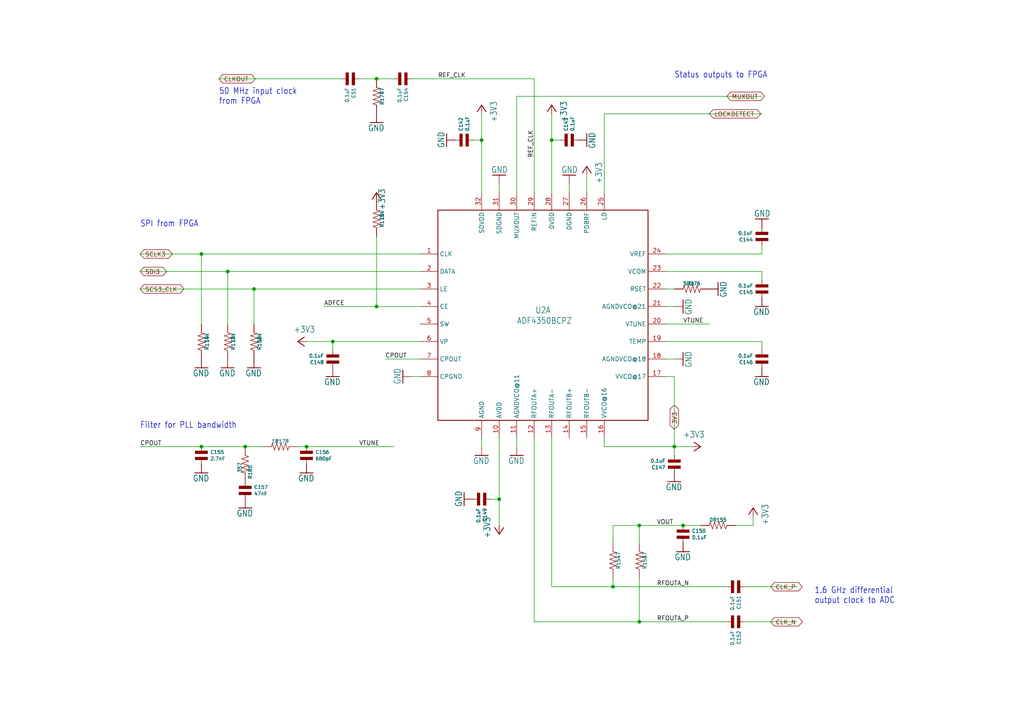
<source format=kicad_sch>
(kicad_sch (version 20250114) (generator "eeschema") (generator_version "9.0")
  (paper "A4")
  (lib_symbols
    (symbol "haasoscope_pro_adc_fpga_board-eagle-import:+3V3" (power)
      (symbol "+3V3_1_0"
        (polyline (pts (xy 0 0) (xy -1.27 -1.905)) (stroke (width 0.254)))
        (polyline (pts (xy 1.27 -1.905) (xy 0 0)) (stroke (width 0.254)))
        (pin power_in line (at 0 -2.54 90) (length 2.54) (name "+3V3") (number "1"))
      )
    )
    (symbol "haasoscope_pro_adc_fpga_board-eagle-import:ADF4350BCPZ"
      (symbol "ADF4350BCPZ_1_0"
        (polyline (pts (xy -30.48 30.48) (xy -30.48 -30.48)) (stroke (width 0.254)))
        (polyline (pts (xy -30.48 -30.48) (xy 30.48 -30.48)) (stroke (width 0.254)))
        (polyline (pts (xy 30.48 30.48) (xy -30.48 30.48)) (stroke (width 0.254)))
        (polyline (pts (xy 30.48 -30.48) (xy 30.48 30.48)) (stroke (width 0.254)))
        (pin input line (at -35.56 17.78 0) (length 5.08) (name "CLK") (number "1"))
        (pin input line (at -35.56 12.7 0) (length 5.08) (name "DATA") (number "2"))
        (pin input line (at -35.56 7.62 0) (length 5.08) (name "LE") (number "3"))
        (pin input line (at -35.56 2.54 0) (length 5.08) (name "CE") (number "4"))
        (pin input line (at -35.56 -2.54 0) (length 5.08) (name "SW") (number "5"))
        (pin power_in line (at -35.56 -7.62 0) (length 5.08) (name "VP") (number "6"))
        (pin output line (at -35.56 -12.7 0) (length 5.08) (name "CPOUT") (number "7"))
        (pin power_in line (at -35.56 -17.78 0) (length 5.08) (name "CPGND") (number "8"))
        (pin power_in line (at -17.78 35.56 270) (length 5.08) (name "SDVDD") (number "32"))
        (pin power_in line (at -17.78 -35.56 90) (length 5.08) (name "AGND") (number "9"))
        (pin power_in line (at -12.7 35.56 270) (length 5.08) (name "SDGND") (number "31"))
        (pin power_in line (at -12.7 -35.56 90) (length 5.08) (name "AVDD") (number "10"))
        (pin output line (at -7.62 35.56 270) (length 5.08) (name "MUXOUT") (number "30"))
        (pin power_in line (at -7.62 -35.56 90) (length 5.08) (name "AGNDVCO@11") (number "11"))
        (pin input line (at -2.54 35.56 270) (length 5.08) (name "REFIN") (number "29"))
        (pin output line (at -2.54 -35.56 90) (length 5.08) (name "RFOUTA+") (number "12"))
        (pin power_in line (at 2.54 35.56 270) (length 5.08) (name "DVDD") (number "28"))
        (pin output line (at 2.54 -35.56 90) (length 5.08) (name "RFOUTA-") (number "13"))
        (pin power_in line (at 7.62 35.56 270) (length 5.08) (name "DGND") (number "27"))
        (pin output line (at 7.62 -35.56 90) (length 5.08) (name "RFOUTB+") (number "14"))
        (pin input line (at 12.7 35.56 270) (length 5.08) (name "PDBRF") (number "26"))
        (pin output line (at 12.7 -35.56 90) (length 5.08) (name "RFOUTB-") (number "15"))
        (pin output line (at 17.78 35.56 270) (length 5.08) (name "LD") (number "25"))
        (pin power_in line (at 17.78 -35.56 90) (length 5.08) (name "VVCO@16") (number "16"))
        (pin output line (at 35.56 17.78 180) (length 5.08) (name "VREF") (number "24"))
        (pin output line (at 35.56 12.7 180) (length 5.08) (name "VCOM") (number "23"))
        (pin input line (at 35.56 7.62 180) (length 5.08) (name "RSET") (number "22"))
        (pin power_in line (at 35.56 2.54 180) (length 5.08) (name "AGNDVCO@21") (number "21"))
        (pin input line (at 35.56 -2.54 180) (length 5.08) (name "VTUNE") (number "20"))
        (pin output line (at 35.56 -7.62 180) (length 5.08) (name "TEMP") (number "19"))
        (pin power_in line (at 35.56 -12.7 180) (length 5.08) (name "AGNDVCO@18") (number "18"))
        (pin power_in line (at 35.56 -17.78 180) (length 5.08) (name "VVCO@17") (number "17"))
      )
      (symbol "ADF4350BCPZ_2_0"
        (pin power_in line (at -5.08 0 0) (length 5.08) (name "GND") (number "PAD@1_1"))
      )
      (symbol "ADF4350BCPZ_3_0"
        (pin power_in line (at -5.08 0 0) (length 5.08) (name "GND") (number "PAD@1_2"))
      )
      (symbol "ADF4350BCPZ_4_0"
        (pin power_in line (at -5.08 0 0) (length 5.08) (name "GND") (number "PAD@1_3"))
      )
      (symbol "ADF4350BCPZ_5_0"
        (pin power_in line (at -5.08 0 0) (length 5.08) (name "GND") (number "PAD@2_1"))
      )
      (symbol "ADF4350BCPZ_6_0"
        (pin power_in line (at -5.08 0 0) (length 5.08) (name "GND") (number "PAD@2_2"))
      )
      (symbol "ADF4350BCPZ_7_0"
        (pin power_in line (at -5.08 0 0) (length 5.08) (name "GND") (number "PAD@2_3"))
      )
      (symbol "ADF4350BCPZ_8_0"
        (pin power_in line (at -5.08 0 0) (length 5.08) (name "GND") (number "PAD@3_1"))
      )
      (symbol "ADF4350BCPZ_9_0"
        (pin power_in line (at -5.08 0 0) (length 5.08) (name "GND") (number "PAD@3_2"))
      )
      (symbol "ADF4350BCPZ_10_0"
        (pin power_in line (at -5.08 0 0) (length 5.08) (name "GND") (number "PAD@3_3"))
      )
    )
    (symbol "haasoscope_pro_adc_fpga_board-eagle-import:CAPACITOR_NP_0402"
      (property "Reference" "C" (at 2.54 1.524 0))
      (symbol "CAPACITOR_NP_0402_1_0"
        (rectangle (start -1.778 0.508) (end 1.778 1.27) (fill (type outline)))
        (rectangle (start -1.778 -1.27) (end 1.778 -0.508) (fill (type outline)))
        (polyline (pts (xy 0 2.54) (xy 0 1.016)) (stroke (width 0.1524)))
        (polyline (pts (xy 0 -2.54) (xy 0 -1.016)) (stroke (width 0.1524)))
        (pin passive line (at 0 2.54 270) (length 0) (name "P$1") (number "P$1"))
        (pin passive line (at 0 -2.54 90) (length 0) (name "P$2") (number "P$2"))
      )
    )
    (symbol "haasoscope_pro_adc_fpga_board-eagle-import:MF_Passives_RESISTOR_0402"
      (property "Reference" "R" (at 2.54 1.524 0))
      (symbol "MF_Passives_RESISTOR_0402_1_0"
        (polyline (pts (xy -1.016 1.524) (xy 1.016 0.889)) (stroke (width 0.1524)))
        (polyline (pts (xy -1.016 0.254) (xy 1.016 -0.381)) (stroke (width 0.1524)))
        (polyline (pts (xy -1.016 -1.016) (xy 1.016 -1.651)) (stroke (width 0.1524)))
        (polyline (pts (xy -1.016 -2.286) (xy 0 -2.54)) (stroke (width 0.1524)))
        (polyline (pts (xy 0 2.54) (xy 1.016 2.159)) (stroke (width 0.1524)))
        (polyline (pts (xy 1.016 2.159) (xy -1.016 1.524)) (stroke (width 0.1524)))
        (polyline (pts (xy 1.016 0.889) (xy -1.016 0.254)) (stroke (width 0.1524)))
        (polyline (pts (xy 1.016 -0.381) (xy -1.016 -1.016)) (stroke (width 0.1524)))
        (polyline (pts (xy 1.016 -1.651) (xy -1.016 -2.286)) (stroke (width 0.1524)))
        (pin passive line (at 0 5.08 270) (length 2.54) (name "P$1") (number "P$1"))
        (pin passive line (at 0 -5.08 90) (length 2.54) (name "P$2") (number "P$2"))
      )
    )
    (symbol "haasoscope_pro_adc_fpga_board-eagle-import:supply1_GND" (power)
      (symbol "supply1_GND_1_0"
        (polyline (pts (xy -1.905 0) (xy 1.905 0)) (stroke (width 0.254)))
        (pin power_in line (at 0 2.54 270) (length 2.54) (name "GND") (number "1"))
      )
    )
  )
  (text "Status outputs to FPGA" (at 195.58 22.86 0) (effects (font (size 1.778 1.5113)) (justify left bottom)))
  (text "50 MHz input clock\nfrom FPGA" (at 63.5 30.48 0) (effects (font (size 1.778 1.5113)) (justify left bottom)))
  (text "1.6 GHz differential\noutput clock to ADC" (at 236.22 175.26 0) (effects (font (size 1.778 1.5113)) (justify left bottom)))
  (text "SPI from FPGA" (at 40.64 66.04 0) (effects (font (size 1.778 1.5113)) (justify left bottom)))
  (text "Filter for PLL bandwidth" (at 40.64 124.46 0) (effects (font (size 1.778 1.5113)) (justify left bottom)))
  (junction (at 58.42 129.54))
  (junction (at 109.22 88.9))
  (junction (at 58.42 73.66))
  (junction (at 88.9 129.54))
  (junction (at 139.7 40.64))
  (junction (at 71.12 129.54))
  (junction (at 198.12 152.4))
  (junction (at 73.66 83.82))
  (junction (at 185.42 180.34))
  (junction (at 96.52 99.06))
  (junction (at 66.04 78.74))
  (junction (at 109.22 22.86))
  (junction (at 177.8 170.18))
  (junction (at 185.42 152.4))
  (junction (at 160.02 40.64))
  (junction (at 195.58 129.54))
  (junction (at 144.78 144.78))
  (wire (pts (xy 104.14 22.86) (xy 109.22 22.86)) (stroke (width 0.1524)))
  (wire (pts (xy 185.42 180.34) (xy 185.42 167.64)) (stroke (width 0.1524)))
  (wire (pts (xy 109.22 88.9) (xy 93.98 88.9)) (stroke (width 0.1524)))
  (wire (pts (xy 205.74 93.98) (xy 193.04 93.98)) (stroke (width 0.1524)))
  (wire (pts (xy 177.8 152.4) (xy 177.8 157.48)) (stroke (width 0.1524)))
  (wire (pts (xy 195.58 129.54) (xy 200.66 129.54)) (stroke (width 0.1524)))
  (wire (pts (xy 137.16 40.64) (xy 139.7 40.64)) (stroke (width 0.1524)))
  (wire (pts (xy 139.7 40.64) (xy 139.7 55.88)) (stroke (width 0.1524)))
  (wire (pts (xy 109.22 68.58) (xy 109.22 88.9)) (stroke (width 0.1524)))
  (wire (pts (xy 160.02 40.64) (xy 160.02 33.02)) (stroke (width 0.1524)))
  (wire (pts (xy 175.26 55.88) (xy 175.26 33.02)) (stroke (width 0.1524)))
  (wire (pts (xy 144.78 144.78) (xy 142.24 144.78)) (stroke (width 0.1524)))
  (wire (pts (xy 195.58 129.54) (xy 195.58 132.08)) (stroke (width 0.1524)))
  (wire (pts (xy 162.56 40.64) (xy 160.02 40.64)) (stroke (width 0.1524)))
  (wire (pts (xy 195.58 109.22) (xy 193.04 109.22)) (stroke (width 0.1524)))
  (wire (pts (xy 139.7 127) (xy 139.7 129.54)) (stroke (width 0.1524)))
  (wire (pts (xy 175.26 129.54) (xy 195.58 129.54)) (stroke (width 0.1524)))
  (wire (pts (xy 58.42 129.54) (xy 71.12 129.54)) (stroke (width 0.1524)))
  (wire (pts (xy 160.02 127) (xy 160.02 170.18)) (stroke (width 0.1524)))
  (wire (pts (xy 193.04 73.66) (xy 220.98 73.66)) (stroke (width 0.1524)))
  (wire (pts (xy 144.78 127) (xy 144.78 144.78)) (stroke (width 0.1524)))
  (wire (pts (xy 109.22 22.86) (xy 114.3 22.86)) (stroke (width 0.1524)))
  (wire (pts (xy 198.12 152.4) (xy 203.2 152.4)) (stroke (width 0.1524)))
  (wire (pts (xy 66.04 78.74) (xy 40.64 78.74)) (stroke (width 0.1524)))
  (wire (pts (xy 96.52 99.06) (xy 88.9 99.06)) (stroke (width 0.1524)))
  (wire (pts (xy 215.9 170.18) (xy 231.14 170.18)) (stroke (width 0.1524)))
  (wire (pts (xy 66.04 93.98) (xy 66.04 78.74)) (stroke (width 0.1524)))
  (wire (pts (xy 121.92 88.9) (xy 109.22 88.9)) (stroke (width 0.1524)))
  (wire (pts (xy 121.92 78.74) (xy 66.04 78.74)) (stroke (width 0.1524)))
  (wire (pts (xy 185.42 152.4) (xy 185.42 157.48)) (stroke (width 0.1524)))
  (wire (pts (xy 175.26 33.02) (xy 220.98 33.02)) (stroke (width 0.1524)))
  (wire (pts (xy 40.64 129.54) (xy 58.42 129.54)) (stroke (width 0.1524)))
  (wire (pts (xy 175.26 127) (xy 175.26 129.54)) (stroke (width 0.1524)))
  (wire (pts (xy 73.66 83.82) (xy 40.64 83.82)) (stroke (width 0.1524)))
  (wire (pts (xy 73.66 93.98) (xy 73.66 83.82)) (stroke (width 0.1524)))
  (wire (pts (xy 154.94 127) (xy 154.94 180.34)) (stroke (width 0.1524)))
  (wire (pts (xy 195.58 129.54) (xy 195.58 109.22)) (stroke (width 0.1524)))
  (wire (pts (xy 86.36 129.54) (xy 88.9 129.54)) (stroke (width 0.1524)))
  (wire (pts (xy 149.86 27.94) (xy 220.98 27.94)) (stroke (width 0.1524)))
  (wire (pts (xy 121.92 83.82) (xy 73.66 83.82)) (stroke (width 0.1524)))
  (wire (pts (xy 185.42 180.34) (xy 210.82 180.34)) (stroke (width 0.1524)))
  (wire (pts (xy 160.02 55.88) (xy 160.02 40.64)) (stroke (width 0.1524)))
  (wire (pts (xy 121.92 99.06) (xy 96.52 99.06)) (stroke (width 0.1524)))
  (wire (pts (xy 220.98 81.28) (xy 220.98 78.74)) (stroke (width 0.1524)))
  (wire (pts (xy 149.86 55.88) (xy 149.86 27.94)) (stroke (width 0.1524)))
  (wire (pts (xy 144.78 53.34) (xy 144.78 55.88)) (stroke (width 0.1524)))
  (wire (pts (xy 144.78 152.4) (xy 144.78 144.78)) (stroke (width 0.1524)))
  (wire (pts (xy 119.38 22.86) (xy 154.94 22.86)) (stroke (width 0.1524)))
  (wire (pts (xy 218.44 152.4) (xy 213.36 152.4)) (stroke (width 0.1524)))
  (wire (pts (xy 193.04 83.82) (xy 195.58 83.82)) (stroke (width 0.1524)))
  (wire (pts (xy 193.04 99.06) (xy 220.98 99.06)) (stroke (width 0.1524)))
  (wire (pts (xy 160.02 170.18) (xy 177.8 170.18)) (stroke (width 0.1524)))
  (wire (pts (xy 165.1 53.34) (xy 165.1 55.88)) (stroke (width 0.1524)))
  (wire (pts (xy 193.04 88.9) (xy 195.58 88.9)) (stroke (width 0.1524)))
  (wire (pts (xy 139.7 40.64) (xy 139.7 33.02)) (stroke (width 0.1524)))
  (wire (pts (xy 170.18 55.88) (xy 170.18 50.8)) (stroke (width 0.1524)))
  (wire (pts (xy 177.8 170.18) (xy 210.82 170.18)) (stroke (width 0.1524)))
  (wire (pts (xy 185.42 152.4) (xy 198.12 152.4)) (stroke (width 0.1524)))
  (wire (pts (xy 63.5 22.86) (xy 99.06 22.86)) (stroke (width 0.1524)))
  (wire (pts (xy 220.98 78.74) (xy 193.04 78.74)) (stroke (width 0.1524)))
  (wire (pts (xy 121.92 73.66) (xy 58.42 73.66)) (stroke (width 0.1524)))
  (wire (pts (xy 154.94 180.34) (xy 185.42 180.34)) (stroke (width 0.1524)))
  (wire (pts (xy 177.8 152.4) (xy 185.42 152.4)) (stroke (width 0.1524)))
  (wire (pts (xy 96.52 101.6) (xy 96.52 99.06)) (stroke (width 0.1524)))
  (wire (pts (xy 114.3 129.54) (xy 88.9 129.54)) (stroke (width 0.1524)))
  (wire (pts (xy 154.94 22.86) (xy 154.94 55.88)) (stroke (width 0.1524)))
  (wire (pts (xy 193.04 104.14) (xy 195.58 104.14)) (stroke (width 0.1524)))
  (wire (pts (xy 149.86 127) (xy 149.86 129.54)) (stroke (width 0.1524)))
  (wire (pts (xy 218.44 149.86) (xy 218.44 152.4)) (stroke (width 0.1524)))
  (wire (pts (xy 58.42 73.66) (xy 40.64 73.66)) (stroke (width 0.1524)))
  (wire (pts (xy 220.98 99.06) (xy 220.98 101.6)) (stroke (width 0.1524)))
  (wire (pts (xy 220.98 73.66) (xy 220.98 71.12)) (stroke (width 0.1524)))
  (wire (pts (xy 215.9 180.34) (xy 231.14 180.34)) (stroke (width 0.1524)))
  (wire (pts (xy 177.8 167.64) (xy 177.8 170.18)) (stroke (width 0.1524)))
  (wire (pts (xy 71.12 129.54) (xy 76.2 129.54)) (stroke (width 0.1524)))
  (wire (pts (xy 58.42 93.98) (xy 58.42 73.66)) (stroke (width 0.1524)))
  (wire (pts (xy 121.92 109.22) (xy 119.38 109.22)) (stroke (width 0.1524)))
  (wire (pts (xy 121.92 104.14) (xy 111.76 104.14)) (stroke (width 0.1524)))
  (label "VTUNE" (at 104.14 129.54 0) (effects (font (size 1.2446 1.2446))))
  (label "REF_CLK" (at 154.94 45.72 90) (effects (font (size 1.2446 1.2446))))
  (label "VOUT" (at 190.5 152.4 0) (effects (font (size 1.2446 1.2446))))
  (label "CPOUT" (at 40.64 129.54 0) (effects (font (size 1.2446 1.2446))))
  (label "REF_CLK" (at 127 22.86 0) (effects (font (size 1.2446 1.2446))))
  (label "RFOUTA_N" (at 190.5 170.18 0) (effects (font (size 1.2446 1.2446))))
  (label "RFOUTA_P" (at 190.5 180.34 0) (effects (font (size 1.2446 1.2446))))
  (label "ADFCE" (at 93.98 88.9 0) (effects (font (size 1.2446 1.2446))))
  (label "CPOUT" (at 111.76 104.14 0) (effects (font (size 1.2446 1.2446))))
  (label "VTUNE" (at 198.12 93.98 0) (effects (font (size 1.2446 1.2446))))
  (global_label "CLK_N" (shape bidirectional) (at 223.52 180.34 0) (effects (font (size 1.2446 1.2446))) (property "Intersheetrefs" "${INTERSHEET_REFS}" (effects (hide yes))))
  (global_label "3V3" (shape bidirectional) (at 195.58 124.46 90) (effects (font (size 1.2446 1.2446))) (property "Intersheetrefs" "${INTERSHEET_REFS}" (effects (hide yes))))
  (global_label "SDI3" (shape bidirectional) (at 40.64 78.74 0) (effects (font (size 1.2446 1.2446))) (property "Intersheetrefs" "${INTERSHEET_REFS}" (effects (hide yes))))
  (global_label "LOCKDETECT" (shape bidirectional) (at 205.74 33.02 0) (effects (font (size 1.2446 1.2446))) (property "Intersheetrefs" "${INTERSHEET_REFS}" (effects (hide yes))))
  (global_label "MUXOUT" (shape bidirectional) (at 210.82 27.94 0) (effects (font (size 1.2446 1.2446))) (property "Intersheetrefs" "${INTERSHEET_REFS}" (effects (hide yes))))
  (global_label "CLK_P" (shape bidirectional) (at 223.52 170.18 0) (effects (font (size 1.2446 1.2446))) (property "Intersheetrefs" "${INTERSHEET_REFS}" (effects (hide yes))))
  (global_label "SCS3_CLK" (shape bidirectional) (at 40.64 83.82 0) (effects (font (size 1.2446 1.2446))) (property "Intersheetrefs" "${INTERSHEET_REFS}" (effects (hide yes))))
  (global_label "CLKOUT" (shape bidirectional) (at 63.5 22.86 0) (effects (font (size 1.2446 1.2446))) (property "Intersheetrefs" "${INTERSHEET_REFS}" (effects (hide yes))))
  (global_label "SCLK3" (shape bidirectional) (at 40.64 73.66 0) (effects (font (size 1.2446 1.2446))) (property "Intersheetrefs" "${INTERSHEET_REFS}" (effects (hide yes))))
  (symbol (lib_id "haasoscope_pro_adc_fpga_board-eagle-import:+3V3") (at 139.7 30.48 0) (mirror y) (unit 1)
    (property "Reference" "#+3V021" (effects (hide yes)))
    (property "Value" "+3V3" (at 142.24 35.56 90) (effects (font (size 1.778 1.5113)) (justify left bottom)))
  )
  (symbol (lib_id "haasoscope_pro_adc_fpga_board-eagle-import:+3V3") (at 218.44 147.32 0) (mirror y) (unit 1)
    (property "Reference" "#+3V029" (effects (hide yes)))
    (property "Value" "+3V3" (at 220.98 152.4 90) (effects (font (size 1.778 1.5113)) (justify left bottom)))
  )
  (symbol (lib_id "haasoscope_pro_adc_fpga_board-eagle-import:CAPACITOR_NP_0402") (at 220.98 104.14 180) (unit 1)
    (property "Reference" "C146" (at 218.44 105.664 0) (effects (font (size 1.016 1.016)) (justify left top)))
    (property "Value" "0.1uF" (at 218.44 102.616 0) (effects (font (size 1.016 1.016)) (justify left bottom)))
    (property "Footprint" "haasoscope_pro_adc_fpga_board:C0402" (effects (hide yes)))
  )
  (symbol (lib_id "haasoscope_pro_adc_fpga_board-eagle-import:CAPACITOR_NP_0402") (at 213.36 170.18 270) (unit 1)
    (property "Reference" "C151" (at 214.884 172.72 0) (effects (font (size 1.016 1.016)) (justify left top)))
    (property "Value" "0.1uF" (at 211.836 172.72 0) (effects (font (size 1.016 1.016)) (justify left bottom)))
    (property "Footprint" "haasoscope_pro_adc_fpga_board:C0402" (effects (hide yes)))
  )
  (symbol (lib_id "haasoscope_pro_adc_fpga_board-eagle-import:supply1_GND") (at 195.58 139.7 0) (unit 1)
    (property "Reference" "#GND0157" (effects (hide yes)))
    (property "Value" "GND" (at 193.04 142.24 0) (effects (font (size 1.778 1.5113)) (justify left bottom)))
  )
  (symbol (lib_id "haasoscope_pro_adc_fpga_board-eagle-import:supply1_GND") (at 96.52 109.22 0) (unit 1)
    (property "Reference" "#GND0146" (effects (hide yes)))
    (property "Value" "GND" (at 93.98 111.76 0) (effects (font (size 1.778 1.5113)) (justify left bottom)))
  )
  (symbol (lib_id "haasoscope_pro_adc_fpga_board-eagle-import:CAPACITOR_NP_0402") (at 88.9 132.08 0) (unit 1)
    (property "Reference" "C156" (at 91.44 130.556 0) (effects (font (size 1.016 1.016)) (justify left top)))
    (property "Value" "680pF" (at 91.44 133.604 0) (effects (font (size 1.016 1.016)) (justify left bottom)))
    (property "Footprint" "haasoscope_pro_adc_fpga_board:C0402" (effects (hide yes)))
  )
  (symbol (lib_id "haasoscope_pro_adc_fpga_board-eagle-import:MF_Passives_RESISTOR_0402") (at 208.28 152.4 270) (unit 1)
    (property "Reference" "R155" (at 210.82 151.384 90) (effects (font (size 1.016 1.016)) (justify right bottom)))
    (property "Value" "0" (at 205.74 151.384 90) (effects (font (size 1.016 1.016)) (justify left bottom)))
    (property "Footprint" "haasoscope_pro_adc_fpga_board:R0402" (effects (hide yes)))
  )
  (symbol (lib_id "haasoscope_pro_adc_fpga_board-eagle-import:supply1_GND") (at 220.98 109.22 0) (unit 1)
    (property "Reference" "#GND0158" (effects (hide yes)))
    (property "Value" "GND" (at 218.44 111.76 0) (effects (font (size 1.778 1.5113)) (justify left bottom)))
  )
  (symbol (lib_id "haasoscope_pro_adc_fpga_board-eagle-import:CAPACITOR_NP_0402") (at 220.98 68.58 180) (unit 1)
    (property "Reference" "C144" (at 218.44 70.104 0) (effects (font (size 1.016 1.016)) (justify left top)))
    (property "Value" "0.1uF" (at 218.44 67.056 0) (effects (font (size 1.016 1.016)) (justify left bottom)))
    (property "Footprint" "haasoscope_pro_adc_fpga_board:C0402" (effects (hide yes)))
  )
  (symbol (lib_id "haasoscope_pro_adc_fpga_board-eagle-import:CAPACITOR_NP_0402") (at 165.1 40.64 90) (unit 1)
    (property "Reference" "C143" (at 163.576 38.1 0) (effects (font (size 1.016 1.016)) (justify left top)))
    (property "Value" "0.1uF" (at 166.624 38.1 0) (effects (font (size 1.016 1.016)) (justify left bottom)))
    (property "Footprint" "haasoscope_pro_adc_fpga_board:C0402" (effects (hide yes)))
  )
  (symbol (lib_id "haasoscope_pro_adc_fpga_board-eagle-import:+3V3") (at 170.18 48.26 0) (mirror y) (unit 1)
    (property "Reference" "#+3V027" (effects (hide yes)))
    (property "Value" "+3V3" (at 172.72 53.34 90) (effects (font (size 1.778 1.5113)) (justify left bottom)))
  )
  (symbol (lib_id "haasoscope_pro_adc_fpga_board-eagle-import:supply1_GND") (at 165.1 50.8 180) (unit 1)
    (property "Reference" "#GND0153" (effects (hide yes)))
    (property "Value" "GND" (at 167.64 48.26 0) (effects (font (size 1.778 1.5113)) (justify left bottom)))
  )
  (symbol (lib_id "haasoscope_pro_adc_fpga_board-eagle-import:CAPACITOR_NP_0402") (at 195.58 134.62 180) (unit 1)
    (property "Reference" "C147" (at 193.04 136.144 0) (effects (font (size 1.016 1.016)) (justify left top)))
    (property "Value" "0.1uF" (at 193.04 133.096 0) (effects (font (size 1.016 1.016)) (justify left bottom)))
    (property "Footprint" "haasoscope_pro_adc_fpga_board:C0402" (effects (hide yes)))
  )
  (symbol (lib_id "haasoscope_pro_adc_fpga_board-eagle-import:supply1_GND") (at 208.28 83.82 90) (unit 1)
    (property "Reference" "#GND0161" (effects (hide yes)))
    (property "Value" "GND" (at 210.82 86.36 0) (effects (font (size 1.778 1.5113)) (justify left bottom)))
  )
  (symbol (lib_id "haasoscope_pro_adc_fpga_board-eagle-import:MF_Passives_RESISTOR_0402") (at 109.22 63.5 180) (unit 1)
    (property "Reference" "R175" (at 110.236 66.04 90) (effects (font (size 1.016 1.016)) (justify right bottom)))
    (property "Value" "10k" (at 110.236 60.96 90) (effects (font (size 1.016 1.016)) (justify left bottom)))
    (property "Footprint" "haasoscope_pro_adc_fpga_board:R0402" (effects (hide yes)))
  )
  (symbol (lib_id "haasoscope_pro_adc_fpga_board-eagle-import:MF_Passives_RESISTOR_0402") (at 185.42 162.56 180) (unit 1)
    (property "Reference" "R153" (at 186.436 165.1 90) (effects (font (size 1.016 1.016)) (justify right bottom)))
    (property "Value" "47" (at 186.436 160.02 90) (effects (font (size 1.016 1.016)) (justify left bottom)))
    (property "Footprint" "haasoscope_pro_adc_fpga_board:R0402" (effects (hide yes)))
  )
  (symbol (lib_id "haasoscope_pro_adc_fpga_board-eagle-import:CAPACITOR_NP_0402") (at 116.84 22.86 270) (unit 1)
    (property "Reference" "C154" (at 118.364 25.4 0) (effects (font (size 1.016 1.016)) (justify left top)))
    (property "Value" "0.1uF" (at 115.316 25.4 0) (effects (font (size 1.016 1.016)) (justify left bottom)))
    (property "Footprint" "haasoscope_pro_adc_fpga_board:C0402" (effects (hide yes)))
  )
  (symbol (lib_id "haasoscope_pro_adc_fpga_board-eagle-import:CAPACITOR_NP_0402") (at 139.7 144.78 270) (unit 1)
    (property "Reference" "C149" (at 141.224 147.32 0) (effects (font (size 1.016 1.016)) (justify left top)))
    (property "Value" "0.1uF" (at 138.176 147.32 0) (effects (font (size 1.016 1.016)) (justify left bottom)))
    (property "Footprint" "haasoscope_pro_adc_fpga_board:C0402" (effects (hide yes)))
  )
  (symbol (lib_id "haasoscope_pro_adc_fpga_board-eagle-import:MF_Passives_RESISTOR_0402") (at 109.22 27.94 180) (unit 1)
    (property "Reference" "R177" (at 110.236 30.48 90) (effects (font (size 1.016 1.016)) (justify right bottom)))
    (property "Value" "47" (at 110.236 25.4 90) (effects (font (size 1.016 1.016)) (justify left bottom)))
    (property "Footprint" "haasoscope_pro_adc_fpga_board:R0402" (effects (hide yes)))
  )
  (symbol (lib_id "haasoscope_pro_adc_fpga_board-eagle-import:supply1_GND") (at 149.86 132.08 0) (unit 1)
    (property "Reference" "#GND0150" (effects (hide yes)))
    (property "Value" "GND" (at 147.32 134.62 0) (effects (font (size 1.778 1.5113)) (justify left bottom)))
  )
  (symbol (lib_id "haasoscope_pro_adc_fpga_board-eagle-import:+3V3") (at 144.78 154.94 0) (mirror x) (unit 1)
    (property "Reference" "#+3V023" (effects (hide yes)))
    (property "Value" "+3V3" (at 142.24 149.86 90) (effects (font (size 1.778 1.5113)) (justify left bottom)))
  )
  (symbol (lib_id "haasoscope_pro_adc_fpga_board-eagle-import:MF_Passives_RESISTOR_0402") (at 81.28 129.54 270) (unit 1)
    (property "Reference" "R178" (at 83.82 128.524 90) (effects (font (size 1.016 1.016)) (justify right bottom)))
    (property "Value" "1k" (at 78.74 128.524 90) (effects (font (size 1.016 1.016)) (justify left bottom)))
    (property "Footprint" "haasoscope_pro_adc_fpga_board:R0402" (effects (hide yes)))
  )
  (symbol (lib_id "haasoscope_pro_adc_fpga_board-eagle-import:CAPACITOR_NP_0402") (at 58.42 132.08 0) (unit 1)
    (property "Reference" "C155" (at 60.96 130.556 0) (effects (font (size 1.016 1.016)) (justify left top)))
    (property "Value" "2.7nF" (at 60.96 133.604 0) (effects (font (size 1.016 1.016)) (justify left bottom)))
    (property "Footprint" "haasoscope_pro_adc_fpga_board:C0402" (effects (hide yes)))
  )
  (symbol (lib_id "haasoscope_pro_adc_fpga_board-eagle-import:CAPACITOR_NP_0402") (at 220.98 83.82 180) (unit 1)
    (property "Reference" "C145" (at 218.44 85.344 0) (effects (font (size 1.016 1.016)) (justify left top)))
    (property "Value" "0.1uF" (at 218.44 82.296 0) (effects (font (size 1.016 1.016)) (justify left bottom)))
    (property "Footprint" "haasoscope_pro_adc_fpga_board:C0402" (effects (hide yes)))
  )
  (symbol (lib_id "haasoscope_pro_adc_fpga_board-eagle-import:supply1_GND") (at 116.84 109.22 270) (unit 1)
    (property "Reference" "#GND0149" (effects (hide yes)))
    (property "Value" "GND" (at 114.3 106.68 0) (effects (font (size 1.778 1.5113)) (justify left bottom)))
  )
  (symbol (lib_id "haasoscope_pro_adc_fpga_board-eagle-import:supply1_GND") (at 220.98 88.9 0) (unit 1)
    (property "Reference" "#GND0159" (effects (hide yes)))
    (property "Value" "GND" (at 218.44 91.44 0) (effects (font (size 1.778 1.5113)) (justify left bottom)))
  )
  (symbol (lib_id "haasoscope_pro_adc_fpga_board-eagle-import:MF_Passives_RESISTOR_0402") (at 177.8 162.56 180) (unit 1)
    (property "Reference" "R154" (at 178.816 165.1 90) (effects (font (size 1.016 1.016)) (justify right bottom)))
    (property "Value" "47" (at 178.816 160.02 90) (effects (font (size 1.016 1.016)) (justify left bottom)))
    (property "Footprint" "haasoscope_pro_adc_fpga_board:R0402" (effects (hide yes)))
  )
  (symbol (lib_id "haasoscope_pro_adc_fpga_board-eagle-import:supply1_GND") (at 109.22 35.56 0) (unit 1)
    (property "Reference" "#GND0170" (effects (hide yes)))
    (property "Value" "GND" (at 106.68 38.1 0) (effects (font (size 1.778 1.5113)) (justify left bottom)))
  )
  (symbol (lib_id "haasoscope_pro_adc_fpga_board-eagle-import:MF_Passives_RESISTOR_0402") (at 66.04 99.06 180) (unit 1)
    (property "Reference" "R173" (at 67.056 101.6 90) (effects (font (size 1.016 1.016)) (justify right bottom)))
    (property "Value" "10k" (at 67.056 96.52 90) (effects (font (size 1.016 1.016)) (justify left bottom)))
    (property "Footprint" "haasoscope_pro_adc_fpga_board:R0402" (effects (hide yes)))
  )
  (symbol (lib_id "haasoscope_pro_adc_fpga_board-eagle-import:ADF4350BCPZ") (at 157.48 91.44 0) (unit 1)
    (property "Reference" "U2" (at 155.194 90.932 0) (effects (font (size 1.778 1.5113)) (justify left bottom)))
    (property "Value" "ADF4350BCPZ" (at 149.86 93.98 0) (effects (font (size 1.778 1.5113)) (justify left bottom)))
    (property "Footprint" "haasoscope_pro_adc_fpga_board:QFN50P500X500X100-33V2N" (effects (hide yes)))
  )
  (symbol (lib_id "haasoscope_pro_adc_fpga_board-eagle-import:supply1_GND") (at 134.62 144.78 270) (unit 1)
    (property "Reference" "#GND0147" (effects (hide yes)))
    (property "Value" "GND" (at 132.08 142.24 0) (effects (font (size 1.778 1.5113)) (justify left bottom)))
  )
  (symbol (lib_id "haasoscope_pro_adc_fpga_board-eagle-import:supply1_GND") (at 220.98 63.5 180) (unit 1)
    (property "Reference" "#GND0160" (effects (hide yes)))
    (property "Value" "GND" (at 223.52 60.96 0) (effects (font (size 1.778 1.5113)) (justify left bottom)))
  )
  (symbol (lib_id "haasoscope_pro_adc_fpga_board-eagle-import:CAPACITOR_NP_0402") (at 134.62 40.64 90) (unit 1)
    (property "Reference" "C142" (at 133.096 38.1 0) (effects (font (size 1.016 1.016)) (justify left top)))
    (property "Value" "0.1uF" (at 136.144 38.1 0) (effects (font (size 1.016 1.016)) (justify left bottom)))
    (property "Footprint" "haasoscope_pro_adc_fpga_board:C0402" (effects (hide yes)))
  )
  (symbol (lib_id "haasoscope_pro_adc_fpga_board-eagle-import:CAPACITOR_NP_0402") (at 101.6 22.86 270) (unit 1)
    (property "Reference" "C51" (at 103.124 25.4 0) (effects (font (size 1.016 1.016)) (justify left top)))
    (property "Value" "0.1uF" (at 100.076 25.4 0) (effects (font (size 1.016 1.016)) (justify left bottom)))
    (property "Footprint" "haasoscope_pro_adc_fpga_board:C0402" (effects (hide yes)))
  )
  (symbol (lib_id "haasoscope_pro_adc_fpga_board-eagle-import:+3V3") (at 160.02 30.48 0) (mirror y) (unit 1)
    (property "Reference" "#+3V022" (effects (hide yes)))
    (property "Value" "+3V3" (at 162.56 35.56 90) (effects (font (size 1.778 1.5113)) (justify left bottom)))
  )
  (symbol (lib_id "haasoscope_pro_adc_fpga_board-eagle-import:CAPACITOR_NP_0402") (at 96.52 104.14 180) (unit 1)
    (property "Reference" "C148" (at 93.98 105.664 0) (effects (font (size 1.016 1.016)) (justify left top)))
    (property "Value" "0.1uF" (at 93.98 102.616 0) (effects (font (size 1.016 1.016)) (justify left bottom)))
    (property "Footprint" "haasoscope_pro_adc_fpga_board:C0402" (effects (hide yes)))
  )
  (symbol (lib_id "haasoscope_pro_adc_fpga_board-eagle-import:supply1_GND") (at 88.9 137.16 0) (unit 1)
    (property "Reference" "#GND0172" (effects (hide yes)))
    (property "Value" "GND" (at 86.36 139.7 0) (effects (font (size 1.778 1.5113)) (justify left bottom)))
  )
  (symbol (lib_id "haasoscope_pro_adc_fpga_board-eagle-import:supply1_GND") (at 71.12 147.32 0) (unit 1)
    (property "Reference" "#GND0173" (effects (hide yes)))
    (property "Value" "GND" (at 68.58 149.86 0) (effects (font (size 1.778 1.5113)) (justify left bottom)))
  )
  (symbol (lib_id "haasoscope_pro_adc_fpga_board-eagle-import:supply1_GND") (at 198.12 160.02 0) (unit 1)
    (property "Reference" "#GND0168" (effects (hide yes)))
    (property "Value" "GND" (at 195.58 162.56 0) (effects (font (size 1.778 1.5113)) (justify left bottom)))
  )
  (symbol (lib_id "haasoscope_pro_adc_fpga_board-eagle-import:supply1_GND") (at 58.42 137.16 0) (unit 1)
    (property "Reference" "#GND0171" (effects (hide yes)))
    (property "Value" "GND" (at 55.88 139.7 0) (effects (font (size 1.778 1.5113)) (justify left bottom)))
  )
  (symbol (lib_id "haasoscope_pro_adc_fpga_board-eagle-import:MF_Passives_RESISTOR_0402") (at 58.42 99.06 180) (unit 1)
    (property "Reference" "R174" (at 59.436 101.6 90) (effects (font (size 1.016 1.016)) (justify right bottom)))
    (property "Value" "10k" (at 59.436 96.52 90) (effects (font (size 1.016 1.016)) (justify left bottom)))
    (property "Footprint" "haasoscope_pro_adc_fpga_board:R0402" (effects (hide yes)))
  )
  (symbol (lib_id "haasoscope_pro_adc_fpga_board-eagle-import:supply1_GND") (at 170.18 40.64 90) (unit 1)
    (property "Reference" "#GND0156" (effects (hide yes)))
    (property "Value" "GND" (at 172.72 43.18 0) (effects (font (size 1.778 1.5113)) (justify left bottom)))
  )
  (symbol (lib_id "haasoscope_pro_adc_fpga_board-eagle-import:supply1_GND") (at 198.12 88.9 90) (unit 1)
    (property "Reference" "#GND0152" (effects (hide yes)))
    (property "Value" "GND" (at 200.66 91.44 0) (effects (font (size 1.778 1.5113)) (justify left bottom)))
  )
  (symbol (lib_id "haasoscope_pro_adc_fpga_board-eagle-import:+3V3") (at 86.36 99.06 90) (mirror x) (unit 1)
    (property "Reference" "#+3V024" (effects (hide yes)))
    (property "Value" "+3V3" (at 91.44 96.52 90) (effects (font (size 1.778 1.5113)) (justify left bottom)))
  )
  (symbol (lib_id "haasoscope_pro_adc_fpga_board-eagle-import:supply1_GND") (at 58.42 106.68 0) (unit 1)
    (property "Reference" "#GND0165" (effects (hide yes)))
    (property "Value" "GND" (at 55.88 109.22 0) (effects (font (size 1.778 1.5113)) (justify left bottom)))
  )
  (symbol (lib_id "haasoscope_pro_adc_fpga_board-eagle-import:MF_Passives_RESISTOR_0402") (at 71.12 134.62 0) (unit 1)
    (property "Reference" "R185" (at 73.152 134.874 90) (effects (font (size 1.016 1.016)) (justify right bottom)))
    (property "Value" "357" (at 70.104 137.16 90) (effects (font (size 1.016 1.016)) (justify left bottom)))
    (property "Footprint" "haasoscope_pro_adc_fpga_board:R0402" (effects (hide yes)))
  )
  (symbol (lib_id "haasoscope_pro_adc_fpga_board-eagle-import:+3V3") (at 109.22 55.88 0) (unit 1)
    (property "Reference" "#+3V026" (effects (hide yes)))
    (property "Value" "+3V3" (at 111.76 60.96 90) (effects (font (size 1.778 1.5113)) (justify left bottom)))
  )
  (symbol (lib_id "haasoscope_pro_adc_fpga_board-eagle-import:supply1_GND") (at 73.66 106.68 0) (unit 1)
    (property "Reference" "#GND0163" (effects (hide yes)))
    (property "Value" "GND" (at 71.12 109.22 0) (effects (font (size 1.778 1.5113)) (justify left bottom)))
  )
  (symbol (lib_id "haasoscope_pro_adc_fpga_board-eagle-import:CAPACITOR_NP_0402") (at 198.12 154.94 0) (unit 1)
    (property "Reference" "C150" (at 200.66 153.416 0) (effects (font (size 1.016 1.016)) (justify left top)))
    (property "Value" "0.1uF" (at 200.66 156.464 0) (effects (font (size 1.016 1.016)) (justify left bottom)))
    (property "Footprint" "haasoscope_pro_adc_fpga_board:C0402" (effects (hide yes)))
  )
  (symbol (lib_id "haasoscope_pro_adc_fpga_board-eagle-import:supply1_GND") (at 129.54 40.64 270) (unit 1)
    (property "Reference" "#GND0155" (effects (hide yes)))
    (property "Value" "GND" (at 127 38.1 0) (effects (font (size 1.778 1.5113)) (justify left bottom)))
  )
  (symbol (lib_id "haasoscope_pro_adc_fpga_board-eagle-import:CAPACITOR_NP_0402") (at 213.36 180.34 270) (unit 1)
    (property "Reference" "C152" (at 214.884 182.88 0) (effects (font (size 1.016 1.016)) (justify left top)))
    (property "Value" "0.1uF" (at 211.836 182.88 0) (effects (font (size 1.016 1.016)) (justify left bottom)))
    (property "Footprint" "haasoscope_pro_adc_fpga_board:C0402" (effects (hide yes)))
  )
  (symbol (lib_id "haasoscope_pro_adc_fpga_board-eagle-import:+3V3") (at 203.2 129.54 270) (unit 1)
    (property "Reference" "#+3V025" (effects (hide yes)))
    (property "Value" "+3V3" (at 198.12 127 90) (effects (font (size 1.778 1.5113)) (justify left bottom)))
  )
  (symbol (lib_id "haasoscope_pro_adc_fpga_board-eagle-import:MF_Passives_RESISTOR_0402") (at 200.66 83.82 270) (unit 1)
    (property "Reference" "R176" (at 203.2 82.804 90) (effects (font (size 1.016 1.016)) (justify right bottom)))
    (property "Value" "5.1k" (at 198.12 82.804 90) (effects (font (size 1.016 1.016)) (justify left bottom)))
    (property "Footprint" "haasoscope_pro_adc_fpga_board:R0402" (effects (hide yes)))
  )
  (symbol (lib_id "haasoscope_pro_adc_fpga_board-eagle-import:supply1_GND") (at 198.12 104.14 90) (unit 1)
    (property "Reference" "#GND0151" (effects (hide yes)))
    (property "Value" "GND" (at 200.66 106.68 0) (effects (font (size 1.778 1.5113)) (justify left bottom)))
  )
  (symbol (lib_id "haasoscope_pro_adc_fpga_board-eagle-import:supply1_GND") (at 139.7 132.08 0) (unit 1)
    (property "Reference" "#GND0148" (effects (hide yes)))
    (property "Value" "GND" (at 137.16 134.62 0) (effects (font (size 1.778 1.5113)) (justify left bottom)))
  )
  (symbol (lib_id "haasoscope_pro_adc_fpga_board-eagle-import:supply1_GND") (at 144.78 50.8 180) (unit 1)
    (property "Reference" "#GND0154" (effects (hide yes)))
    (property "Value" "GND" (at 147.32 48.26 0) (effects (font (size 1.778 1.5113)) (justify left bottom)))
  )
  (symbol (lib_id "haasoscope_pro_adc_fpga_board-eagle-import:CAPACITOR_NP_0402") (at 71.12 142.24 0) (unit 1)
    (property "Reference" "C157" (at 73.66 140.716 0) (effects (font (size 1.016 1.016)) (justify left top)))
    (property "Value" "47nF" (at 73.66 143.764 0) (effects (font (size 1.016 1.016)) (justify left bottom)))
    (property "Footprint" "haasoscope_pro_adc_fpga_board:C0402" (effects (hide yes)))
  )
  (symbol (lib_id "haasoscope_pro_adc_fpga_board-eagle-import:MF_Passives_RESISTOR_0402") (at 73.66 99.06 180) (unit 1)
    (property "Reference" "R156" (at 74.676 101.6 90) (effects (font (size 1.016 1.016)) (justify right bottom)))
    (property "Value" "10k" (at 74.676 96.52 90) (effects (font (size 1.016 1.016)) (justify left bottom)))
    (property "Footprint" "haasoscope_pro_adc_fpga_board:R0402" (effects (hide yes)))
  )
  (symbol (lib_id "haasoscope_pro_adc_fpga_board-eagle-import:supply1_GND") (at 66.04 106.68 0) (unit 1)
    (property "Reference" "#GND0164" (effects (hide yes)))
    (property "Value" "GND" (at 63.5 109.22 0) (effects (font (size 1.778 1.5113)) (justify left bottom)))
  )
)
</source>
